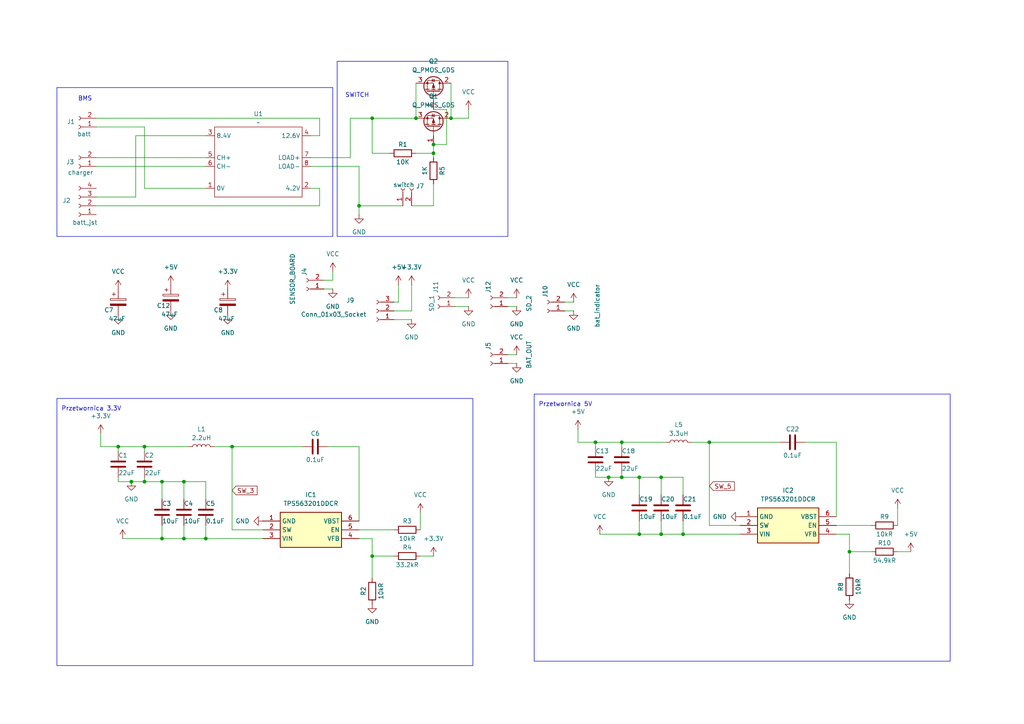
<source format=kicad_sch>
(kicad_sch (version 20231120) (generator "eeschema") (generator_version "8.0")
  (paper "A4")
  (lib_symbols
    (symbol "+3.3V_1" (power) (pin_numbers hide) (pin_names (offset 0) hide)
      (property "Value" "+3.3V" (at 0 3.556 0))
      (symbol "+3.3V_1_0_1"
        (polyline (pts (xy -0.762 1.27) (xy 0 2.54)))
        (polyline (pts (xy 0 0) (xy 0 2.54)))
        (polyline (pts (xy 0 2.54) (xy 0.762 1.27)))
      )
      (symbol "+3.3V_1_1_1"
        (pin power_in line (at 0 0 90) (length 0) (name "~") (number "1"))
      )
    )
    (symbol "3S_BMS:3S_BMS"
      (property "Reference" "U" (at 0 0 0))
      (symbol "3S_BMS_0_1"
        (rectangle (start -8.89 -2.54) (end 16.51 -22.86))
      )
      (symbol "3S_BMS_1_1"
        (pin input line (at -11.43 -20.32 0) (length 2.54) (name "0V") (number "1"))
        (pin input line (at 19.05 -20.32 180) (length 2.54) (name "4.2V") (number "2"))
        (pin input line (at -11.43 -5.08 0) (length 2.54) (name "8.4V") (number "3"))
        (pin input line (at 19.05 -5.08 180) (length 2.54) (name "12.6V") (number "4"))
        (pin input line (at -11.43 -11.43 0) (length 2.54) (name "CH+") (number "5"))
        (pin input line (at -11.43 -13.97 0) (length 2.54) (name "CH-") (number "6"))
        (pin input line (at 19.05 -11.43 180) (length 2.54) (name "LOAD+") (number "7"))
        (pin input line (at 19.05 -13.97 180) (length 2.54) (name "LOAD-") (number "8"))
      )
    )
    (symbol "Connector:Conn_01x02_Socket" (pin_names (offset 1.016) hide)
      (property "Reference" "J" (at 0 2.54 0))
      (property "Value" "Conn_01x02_Socket" (at 0 -5.08 0))
      (symbol "Conn_01x02_Socket_1_1"
        (arc (start 0 -2.032) (mid -0.5058 -2.54) (end 0 -3.048) (stroke (width 0.1524)))
        (polyline (pts (xy -1.27 -2.54) (xy -0.508 -2.54)) (stroke (width 0.1524)))
        (polyline (pts (xy -1.27 0) (xy -0.508 0)) (stroke (width 0.1524)))
        (arc (start 0 0.508) (mid -0.5058 0) (end 0 -0.508) (stroke (width 0.1524)))
        (pin passive line (at -5.08 0 0) (length 3.81) (name "Pin_1") (number "1"))
        (pin passive line (at -5.08 -2.54 0) (length 3.81) (name "Pin_2") (number "2"))
      )
    )
    (symbol "Connector:Conn_01x03_Socket" (pin_names (offset 1.016) hide)
      (property "Reference" "J" (at 0 5.08 0))
      (property "Value" "Conn_01x03_Socket" (at 0 -5.08 0))
      (symbol "Conn_01x03_Socket_1_1"
        (arc (start 0 -2.032) (mid -0.5058 -2.54) (end 0 -3.048) (stroke (width 0.1524)))
        (polyline (pts (xy -1.27 -2.54) (xy -0.508 -2.54)) (stroke (width 0.1524)))
        (polyline (pts (xy -1.27 0) (xy -0.508 0)) (stroke (width 0.1524)))
        (polyline (pts (xy -1.27 2.54) (xy -0.508 2.54)) (stroke (width 0.1524)))
        (arc (start 0 0.508) (mid -0.5058 0) (end 0 -0.508) (stroke (width 0.1524)))
        (arc (start 0 3.048) (mid -0.5058 2.54) (end 0 2.032) (stroke (width 0.1524)))
        (pin passive line (at -5.08 2.54 0) (length 3.81) (name "Pin_1") (number "1"))
        (pin passive line (at -5.08 0 0) (length 3.81) (name "Pin_2") (number "2"))
        (pin passive line (at -5.08 -2.54 0) (length 3.81) (name "Pin_3") (number "3"))
      )
    )
    (symbol "Connector:Conn_01x04_Socket" (pin_names (offset 1.016) hide)
      (property "Reference" "J" (at 0 5.08 0))
      (property "Value" "Conn_01x04_Socket" (at 0 -7.62 0))
      (symbol "Conn_01x04_Socket_1_1"
        (arc (start 0 -4.572) (mid -0.5058 -5.08) (end 0 -5.588) (stroke (width 0.1524)))
        (arc (start 0 -2.032) (mid -0.5058 -2.54) (end 0 -3.048) (stroke (width 0.1524)))
        (polyline (pts (xy -1.27 -5.08) (xy -0.508 -5.08)) (stroke (width 0.1524)))
        (polyline (pts (xy -1.27 -2.54) (xy -0.508 -2.54)) (stroke (width 0.1524)))
        (polyline (pts (xy -1.27 0) (xy -0.508 0)) (stroke (width 0.1524)))
        (polyline (pts (xy -1.27 2.54) (xy -0.508 2.54)) (stroke (width 0.1524)))
        (arc (start 0 0.508) (mid -0.5058 0) (end 0 -0.508) (stroke (width 0.1524)))
        (arc (start 0 3.048) (mid -0.5058 2.54) (end 0 2.032) (stroke (width 0.1524)))
        (pin passive line (at -5.08 2.54 0) (length 3.81) (name "Pin_1") (number "1"))
        (pin passive line (at -5.08 0 0) (length 3.81) (name "Pin_2") (number "2"))
        (pin passive line (at -5.08 -2.54 0) (length 3.81) (name "Pin_3") (number "3"))
        (pin passive line (at -5.08 -5.08 0) (length 3.81) (name "Pin_4") (number "4"))
      )
    )
    (symbol "Device:C" (pin_numbers hide) (pin_names (offset 0.254))
      (property "Reference" "C" (at 0.635 2.54 0))
      (property "Value" "C" (at 0.635 -2.54 0))
      (symbol "C_0_1"
        (polyline (pts (xy -2.032 -0.762) (xy 2.032 -0.762)) (stroke (width 0.508)))
        (polyline (pts (xy -2.032 0.762) (xy 2.032 0.762)) (stroke (width 0.508)))
      )
      (symbol "C_1_1"
        (pin passive line (at 0 3.81 270) (length 2.794) (name "~") (number "1"))
        (pin passive line (at 0 -3.81 90) (length 2.794) (name "~") (number "2"))
      )
    )
    (symbol "Device:C_Polarized" (pin_numbers hide) (pin_names (offset 0.254))
      (property "Reference" "C" (at 0.635 2.54 0))
      (property "Value" "C_Polarized" (at 0.635 -2.54 0))
      (symbol "C_Polarized_0_1"
        (rectangle (start -2.286 0.508) (end 2.286 1.016))
        (polyline (pts (xy -1.778 2.286) (xy -0.762 2.286)))
        (polyline (pts (xy -1.27 2.794) (xy -1.27 1.778)))
        (rectangle (start 2.286 -0.508) (end -2.286 -1.016) (fill (type outline)))
      )
      (symbol "C_Polarized_1_1"
        (pin passive line (at 0 3.81 270) (length 2.794) (name "~") (number "1"))
        (pin passive line (at 0 -3.81 90) (length 2.794) (name "~") (number "2"))
      )
    )
    (symbol "Device:D_Schottky" (pin_numbers hide) (pin_names (offset 1.016) hide)
      (property "Reference" "D" (at 0 2.54 0))
      (property "Value" "D_Schottky" (at 0 -2.54 0))
      (symbol "D_Schottky_0_1"
        (polyline (pts (xy 1.27 0) (xy -1.27 0)))
        (polyline (pts (xy 1.27 1.27) (xy 1.27 -1.27) (xy -1.27 0) (xy 1.27 1.27)) (stroke (width 0.254)))
        (polyline (pts (xy -1.905 0.635) (xy -1.905 1.27) (xy -1.27 1.27) (xy -1.27 -1.27) (xy -0.635 -1.27) (xy -0.635 -0.635)) (stroke (width 0.254)))
      )
      (symbol "D_Schottky_1_1"
        (pin passive line (at -3.81 0 0) (length 2.54) (name "K") (number "1"))
        (pin passive line (at 3.81 0 180) (length 2.54) (name "A") (number "2"))
      )
    )
    (symbol "Device:L" (pin_numbers hide) (pin_names (offset 1.016) hide)
      (property "Reference" "L" (at -1.27 0 90))
      (property "Value" "L" (at 1.905 0 90))
      (symbol "L_0_1"
        (arc (start 0 -2.54) (mid 0.6323 -1.905) (end 0 -1.27))
        (arc (start 0 -1.27) (mid 0.6323 -0.635) (end 0 0))
        (arc (start 0 0) (mid 0.6323 0.635) (end 0 1.27))
        (arc (start 0 1.27) (mid 0.6323 1.905) (end 0 2.54))
      )
      (symbol "L_1_1"
        (pin passive line (at 0 3.81 270) (length 1.27) (name "1") (number "1"))
        (pin passive line (at 0 -3.81 90) (length 1.27) (name "2") (number "2"))
      )
    )
    (symbol "Device:Q_PMOS_GDS" (pin_names (offset 0) hide)
      (property "Reference" "Q" (at 5.08 1.27 0))
      (property "Value" "Q_PMOS_GDS" (at 5.08 -1.27 0))
      (symbol "Q_PMOS_GDS_0_1"
        (polyline (pts (xy 0.254 0) (xy -2.54 0)))
        (polyline (pts (xy 0.254 1.905) (xy 0.254 -1.905)) (stroke (width 0.254)))
        (polyline (pts (xy 0.762 -1.27) (xy 0.762 -2.286)) (stroke (width 0.254)))
        (polyline (pts (xy 0.762 0.508) (xy 0.762 -0.508)) (stroke (width 0.254)))
        (polyline (pts (xy 0.762 2.286) (xy 0.762 1.27)) (stroke (width 0.254)))
        (polyline (pts (xy 2.54 2.54) (xy 2.54 1.778)))
        (polyline (pts (xy 2.54 -2.54) (xy 2.54 0) (xy 0.762 0)))
        (polyline (pts (xy 0.762 1.778) (xy 3.302 1.778) (xy 3.302 -1.778) (xy 0.762 -1.778)))
        (polyline (pts (xy 2.286 0) (xy 1.27 0.381) (xy 1.27 -0.381) (xy 2.286 0)) (fill (type outline)))
        (polyline (pts (xy 2.794 -0.508) (xy 2.921 -0.381) (xy 3.683 -0.381) (xy 3.81 -0.254)))
        (polyline (pts (xy 3.302 -0.381) (xy 2.921 0.254) (xy 3.683 0.254) (xy 3.302 -0.381)))
        (circle (center 1.651 0) (radius 2.794) (stroke (width 0.254)))
        (circle (center 2.54 -1.778) (radius 0.254) (fill (type outline)))
        (circle (center 2.54 1.778) (radius 0.254) (fill (type outline)))
      )
      (symbol "Q_PMOS_GDS_1_1"
        (pin input line (at -5.08 0 0) (length 2.54) (name "G") (number "1"))
        (pin passive line (at 2.54 5.08 270) (length 2.54) (name "D") (number "2"))
        (pin passive line (at 2.54 -5.08 90) (length 2.54) (name "S") (number "3"))
      )
    )
    (symbol "Device:R" (pin_numbers hide) (pin_names (offset 0))
      (property "Reference" "R" (at 2.032 0 90))
      (property "Value" "R" (at 0 0 90))
      (symbol "R_0_1"
        (rectangle (start -1.016 -2.54) (end 1.016 2.54) (stroke (width 0.254)))
      )
      (symbol "R_1_1"
        (pin passive line (at 0 3.81 270) (length 1.27) (name "~") (number "1"))
        (pin passive line (at 0 -3.81 90) (length 1.27) (name "~") (number "2"))
      )
    )
    (symbol "Importowane schematy:TPS563201DDCR"
      (property "Reference" "IC" (at 24.13 7.62 0))
      (property "Value" "TPS563201DDCR" (at 24.13 5.08 0))
      (symbol "TPS563201DDCR_1_1"
        (rectangle (start 5.08 2.54) (end 22.86 -7.62) (stroke (width 0.254)) (fill (type background)))
        (pin passive line (at 0 0 0) (length 5.08) (name "GND") (number "1"))
        (pin passive line (at 0 -2.54 0) (length 5.08) (name "SW") (number "2"))
        (pin passive line (at 0 -5.08 0) (length 5.08) (name "VIN") (number "3"))
        (pin passive line (at 27.94 -5.08 180) (length 5.08) (name "VFB") (number "4"))
        (pin passive line (at 27.94 -2.54 180) (length 5.08) (name "EN") (number "5"))
        (pin passive line (at 27.94 0 180) (length 5.08) (name "VBST") (number "6"))
      )
    )
    (symbol "Regulator_Switching:XL4015"
      (property "Reference" "U?" (at -6.35 6.35 0))
      (property "Value" "XL4015" (at 6.35 6.35 0))
      (symbol "XL4015_0_1"
        (rectangle (start -7.62 5.08) (end 7.62 -5.08) (stroke (width 0.254)) (fill (type background)))
      )
      (symbol "XL4015_1_1"
        (pin power_in line (at 0 -7.62 90) (length 2.54) (name "GND") (number "1"))
        (pin input line (at 10.16 -2.54 180) (length 2.54) (name "FB") (number "2"))
        (pin power_out line (at 10.16 2.54 180) (length 2.54) (name "SW") (number "3"))
        (pin input line (at -10.16 -2.54 0) (length 2.54) (name "VC") (number "4"))
        (pin power_in line (at -10.16 2.54 0) (length 2.54) (name "VIN") (number "5"))
      )
    )
    (symbol "XL4015-STEP_DOWN_MODULE:XL4015-MODULE"
      (property "Reference" "U2" (at 1.27 1.27 0))
      (property "Value" "~" (at 1.27 -1.27 0))
      (symbol "XL4015-MODULE_0_1"
        (rectangle (start -6.35 -2.54) (end 8.89 -12.7))
      )
      (symbol "XL4015-MODULE_1_1"
        (pin input line (at -8.89 -10.16 0) (length 2.54) (name "IN-") (number "1"))
        (pin input line (at -8.89 -5.08 0) (length 2.54) (name "IN+") (number "2"))
        (pin input line (at 11.43 -5.08 180) (length 2.54) (name "OUT+") (number "3"))
        (pin input line (at 11.43 -10.16 180) (length 2.54) (name "OUT-") (number "4"))
      )
    )
    (symbol "power:+3.3V" (power) (pin_numbers hide) (pin_names (offset 0) hide)
      (property "Value" "+3.3V" (at 0 3.556 0))
      (symbol "+3.3V_0_1"
        (polyline (pts (xy -0.762 1.27) (xy 0 2.54)))
        (polyline (pts (xy 0 0) (xy 0 2.54)))
        (polyline (pts (xy 0 2.54) (xy 0.762 1.27)))
      )
      (symbol "+3.3V_1_1"
        (pin power_in line (at 0 0 90) (length 0) (name "~") (number "1"))
      )
    )
    (symbol "power:+5V" (power) (pin_numbers hide) (pin_names (offset 0) hide)
      (property "Value" "+5V" (at 0 3.556 0))
      (symbol "+5V_0_1"
        (polyline (pts (xy -0.762 1.27) (xy 0 2.54)))
        (polyline (pts (xy 0 0) (xy 0 2.54)))
        (polyline (pts (xy 0 2.54) (xy 0.762 1.27)))
      )
      (symbol "+5V_1_1"
        (pin power_in line (at 0 0 90) (length 0) (name "~") (number "1"))
      )
    )
    (symbol "power:GND" (power) (pin_numbers hide) (pin_names (offset 0) hide)
      (property "Value" "GND" (at 0 -3.81 0))
      (symbol "GND_0_1"
        (polyline (pts (xy 0 0) (xy 0 -1.27) (xy 1.27 -1.27) (xy 0 -2.54) (xy -1.27 -1.27) (xy 0 -1.27)))
      )
      (symbol "GND_1_1"
        (pin power_in line (at 0 0 270) (length 0) (name "~") (number "1"))
      )
    )
    (symbol "power:VCC" (power) (pin_numbers hide) (pin_names (offset 0) hide)
      (property "Value" "VCC" (at 0 3.556 0))
      (symbol "VCC_0_1"
        (polyline (pts (xy -0.762 1.27) (xy 0 2.54)))
        (polyline (pts (xy 0 0) (xy 0 2.54)))
        (polyline (pts (xy 0 2.54) (xy 0.762 1.27)))
      )
      (symbol "VCC_1_1"
        (pin power_in line (at 0 0 90) (length 0) (name "~") (number "1"))
      )
    )
  )
  (junction (at 120.65 34.29))
  (junction (at 382.27 41.91))
  (junction (at 191.77 154.94))
  (junction (at 41.91 139.7))
  (junction (at 198.12 154.94))
  (junction (at 434.34 11.43))
  (junction (at 374.65 11.43))
  (junction (at 374.65 41.91))
  (junction (at 453.39 27.94))
  (junction (at 434.34 41.91))
  (junction (at 453.39 11.43))
  (junction (at 104.14 59.69))
  (junction (at 53.34 156.21))
  (junction (at 185.42 154.94))
  (junction (at 41.91 129.54))
  (junction (at 59.69 156.21))
  (junction (at 125.73 44.45))
  (junction (at 46.99 156.21))
  (junction (at 172.72 128.27))
  (junction (at 246.38 160.02))
  (junction (at 176.53 138.43))
  (junction (at 388.62 11.43))
  (junction (at 46.99 139.7))
  (junction (at 34.29 129.54))
  (junction (at 180.34 138.43))
  (junction (at 453.39 41.91))
  (junction (at 420.37 41.91))
  (junction (at 53.34 139.7))
  (junction (at 125.73 41.91))
  (junction (at 38.1 139.7))
  (junction (at 459.74 11.43))
  (junction (at 107.95 161.29))
  (junction (at 420.37 11.43))
  (junction (at 191.77 138.43))
  (junction (at 382.27 11.43))
  (junction (at 107.95 34.29))
  (junction (at 185.42 138.43))
  (junction (at 67.31 129.54))
  (junction (at 444.5 11.43))
  (junction (at 444.5 41.91))
  (junction (at 130.81 34.29))
  (junction (at 180.34 128.27))
  (junction (at 406.4 41.91))
  (junction (at 205.74 128.27))
  (wire (pts (xy 67.31 129.54) (xy 67.31 153.67)))
  (wire (pts (xy 92.71 59.69) (xy 92.71 54.61)))
  (wire (pts (xy 34.29 138.43) (xy 34.29 139.7)))
  (wire (pts (xy 121.92 161.29) (xy 125.73 161.29)))
  (wire (pts (xy 92.71 39.37) (xy 90.17 39.37)))
  (wire (pts (xy 167.64 124.46) (xy 167.64 128.27)))
  (wire (pts (xy 205.74 152.4) (xy 214.63 152.4)))
  (wire (pts (xy 107.95 44.45) (xy 107.95 34.29)))
  (wire (pts (xy 101.6 45.72) (xy 101.6 34.29)))
  (wire (pts (xy 125.73 59.69) (xy 119.38 59.69)))
  (wire (pts (xy 341.63 21.59) (xy 341.63 24.13)))
  (wire (pts (xy 453.39 22.86) (xy 453.39 27.94)))
  (wire (pts (xy 205.74 128.27) (xy 226.06 128.27)))
  (wire (pts (xy 388.62 11.43) (xy 388.62 20.32)))
  (wire (pts (xy 41.91 129.54) (xy 54.61 129.54)))
  (wire (pts (xy 370.84 41.91) (xy 374.65 41.91)))
  (wire (pts (xy 434.34 11.43) (xy 444.5 11.43)))
  (wire (pts (xy 120.65 44.45) (xy 125.73 44.45)))
  (wire (pts (xy 459.74 27.94) (xy 453.39 27.94)))
  (wire (pts (xy 374.65 41.91) (xy 382.27 41.91)))
  (wire (pts (xy 34.29 129.54) (xy 41.91 129.54)))
  (wire (pts (xy 163.83 90.17) (xy 166.37 90.17)))
  (wire (pts (xy 135.89 34.29) (xy 135.89 31.75)))
  (wire (pts (xy 180.34 138.43) (xy 180.34 137.16)))
  (wire (pts (xy 382.27 41.91) (xy 382.27 33.02)))
  (wire (pts (xy 198.12 154.94) (xy 214.63 154.94)))
  (wire (pts (xy 464.82 41.91) (xy 464.82 50.8)))
  (wire (pts (xy 147.32 102.87) (xy 149.86 102.87)))
  (wire (pts (xy 444.5 41.91) (xy 453.39 41.91)))
  (wire (pts (xy 370.84 11.43) (xy 374.65 11.43)))
  (wire (pts (xy 119.38 90.17) (xy 119.38 82.55)))
  (wire (pts (xy 125.73 44.45) (xy 125.73 45.72)))
  (wire (pts (xy 313.69 24.13) (xy 317.5 24.13)))
  (wire (pts (xy 459.74 22.86) (xy 459.74 27.94)))
  (wire (pts (xy 29.21 129.54) (xy 34.29 129.54)))
  (wire (pts (xy 374.65 11.43) (xy 382.27 11.43)))
  (wire (pts (xy 406.4 41.91) (xy 406.4 33.02)))
  (wire (pts (xy 464.82 7.62) (xy 464.82 11.43)))
  (wire (pts (xy 341.63 31.75) (xy 341.63 29.21)))
  (wire (pts (xy 185.42 151.13) (xy 185.42 154.94)))
  (wire (pts (xy 180.34 128.27) (xy 193.04 128.27)))
  (wire (pts (xy 115.57 87.63) (xy 115.57 82.55)))
  (wire (pts (xy 242.57 128.27) (xy 242.57 149.86)))
  (wire (pts (xy 107.95 34.29) (xy 120.65 34.29)))
  (wire (pts (xy 416.56 22.86) (xy 416.56 11.43)))
  (wire (pts (xy 113.03 44.45) (xy 107.95 44.45)))
  (wire (pts (xy 313.69 21.59) (xy 313.69 24.13)))
  (wire (pts (xy 27.94 48.26) (xy 59.69 48.26)))
  (wire (pts (xy 176.53 138.43) (xy 180.34 138.43)))
  (wire (pts (xy 27.94 36.83) (xy 41.91 36.83)))
  (wire (pts (xy 260.35 147.32) (xy 260.35 152.4)))
  (wire (pts (xy 453.39 41.91) (xy 464.82 41.91)))
  (wire (pts (xy 172.72 138.43) (xy 176.53 138.43)))
  (wire (pts (xy 62.23 129.54) (xy 67.31 129.54)))
  (wire (pts (xy 147.32 105.41) (xy 149.86 105.41)))
  (wire (pts (xy 132.08 86.36) (xy 135.89 86.36)))
  (wire (pts (xy 242.57 154.94) (xy 246.38 154.94)))
  (wire (pts (xy 114.3 87.63) (xy 115.57 87.63)))
  (wire (pts (xy 104.14 48.26) (xy 104.14 59.69)))
  (wire (pts (xy 382.27 11.43) (xy 382.27 25.4)))
  (wire (pts (xy 121.92 148.59) (xy 121.92 153.67)))
  (wire (pts (xy 260.35 160.02) (xy 264.16 160.02)))
  (wire (pts (xy 453.39 15.24) (xy 453.39 11.43)))
  (wire (pts (xy 53.34 156.21) (xy 59.69 156.21)))
  (wire (pts (xy 431.8 11.43) (xy 434.34 11.43)))
  (wire (pts (xy 67.31 129.54) (xy 87.63 129.54)))
  (wire (pts (xy 242.57 152.4) (xy 252.73 152.4)))
  (wire (pts (xy 130.81 34.29) (xy 135.89 34.29)))
  (wire (pts (xy 420.37 41.91) (xy 420.37 26.67)))
  (wire (pts (xy 420.37 11.43) (xy 424.18 11.43)))
  (wire (pts (xy 233.68 128.27) (xy 242.57 128.27)))
  (wire (pts (xy 163.83 87.63) (xy 166.37 87.63)))
  (wire (pts (xy 101.6 34.29) (xy 107.95 34.29)))
  (wire (pts (xy 180.34 128.27) (xy 180.34 129.54)))
  (wire (pts (xy 416.56 11.43) (xy 420.37 11.43)))
  (wire (pts (xy 198.12 138.43) (xy 191.77 138.43)))
  (wire (pts (xy 198.12 143.51) (xy 198.12 138.43)))
  (wire (pts (xy 129.54 31.75) (xy 129.54 41.91)))
  (wire (pts (xy 370.84 41.91) (xy 370.84 48.26)))
  (wire (pts (xy 246.38 154.94) (xy 246.38 160.02)))
  (wire (pts (xy 173.99 154.94) (xy 185.42 154.94)))
  (wire (pts (xy 313.69 29.21) (xy 317.5 29.21)))
  (wire (pts (xy 95.25 129.54) (xy 104.14 129.54)))
  (wire (pts (xy 382.27 41.91) (xy 406.4 41.91)))
  (wire (pts (xy 107.95 161.29) (xy 107.95 167.64)))
  (wire (pts (xy 41.91 36.83) (xy 41.91 54.61)))
  (wire (pts (xy 29.21 125.73) (xy 29.21 129.54)))
  (wire (pts (xy 39.37 39.37) (xy 59.69 39.37)))
  (wire (pts (xy 120.65 24.13) (xy 120.65 34.29)))
  (wire (pts (xy 92.71 54.61) (xy 90.17 54.61)))
  (wire (pts (xy 191.77 138.43) (xy 191.77 143.51)))
  (wire (pts (xy 125.73 53.34) (xy 125.73 59.69)))
  (wire (pts (xy 104.14 156.21) (xy 107.95 156.21)))
  (wire (pts (xy 313.69 31.75) (xy 313.69 29.21)))
  (wire (pts (xy 93.98 81.28) (xy 96.52 81.28)))
  (wire (pts (xy 453.39 27.94) (xy 453.39 30.48)))
  (wire (pts (xy 27.94 45.72) (xy 59.69 45.72)))
  (wire (pts (xy 129.54 31.75) (xy 125.73 31.75)))
  (wire (pts (xy 93.98 83.82) (xy 96.52 83.82)))
  (wire (pts (xy 200.66 128.27) (xy 205.74 128.27)))
  (wire (pts (xy 388.62 11.43) (xy 396.24 11.43)))
  (wire (pts (xy 453.39 38.1) (xy 453.39 41.91)))
  (wire (pts (xy 46.99 139.7) (xy 41.91 139.7)))
  (wire (pts (xy 34.29 129.54) (xy 34.29 130.81)))
  (wire (pts (xy 185.42 154.94) (xy 191.77 154.94)))
  (wire (pts (xy 191.77 138.43) (xy 185.42 138.43)))
  (wire (pts (xy 27.94 59.69) (xy 92.71 59.69)))
  (wire (pts (xy 459.74 15.24) (xy 459.74 11.43)))
  (wire (pts (xy 90.17 45.72) (xy 101.6 45.72)))
  (wire (pts (xy 104.14 59.69) (xy 116.84 59.69)))
  (wire (pts (xy 172.72 137.16) (xy 172.72 138.43)))
  (wire (pts (xy 130.81 24.13) (xy 130.81 34.29)))
  (wire (pts (xy 434.34 41.91) (xy 434.34 22.86)))
  (wire (pts (xy 41.91 139.7) (xy 41.91 138.43)))
  (wire (pts (xy 396.24 27.94) (xy 388.62 27.94)))
  (wire (pts (xy 104.14 153.67) (xy 114.3 153.67)))
  (wire (pts (xy 434.34 41.91) (xy 444.5 41.91)))
  (wire (pts (xy 46.99 152.4) (xy 46.99 156.21)))
  (wire (pts (xy 172.72 128.27) (xy 180.34 128.27)))
  (wire (pts (xy 246.38 160.02) (xy 252.73 160.02)))
  (wire (pts (xy 406.4 41.91) (xy 420.37 41.91)))
  (wire (pts (xy 167.64 128.27) (xy 172.72 128.27)))
  (wire (pts (xy 459.74 11.43) (xy 464.82 11.43)))
  (wire (pts (xy 104.14 59.69) (xy 104.14 62.23)))
  (wire (pts (xy 191.77 154.94) (xy 198.12 154.94)))
  (wire (pts (xy 38.1 139.7) (xy 41.91 139.7)))
  (wire (pts (xy 198.12 151.13) (xy 198.12 154.94)))
  (wire (pts (xy 129.54 41.91) (xy 125.73 41.91)))
  (wire (pts (xy 53.34 152.4) (xy 53.34 156.21)))
  (wire (pts (xy 185.42 138.43) (xy 185.42 143.51)))
  (wire (pts (xy 416.56 27.94) (xy 453.39 27.94)))
  (wire (pts (xy 246.38 160.02) (xy 246.38 166.37)))
  (wire (pts (xy 453.39 11.43) (xy 459.74 11.43)))
  (wire (pts (xy 53.34 139.7) (xy 46.99 139.7)))
  (wire (pts (xy 434.34 11.43) (xy 434.34 15.24)))
  (wire (pts (xy 370.84 7.62) (xy 370.84 11.43)))
  (wire (pts (xy 34.29 139.7) (xy 38.1 139.7)))
  (wire (pts (xy 185.42 138.43) (xy 180.34 138.43)))
  (wire (pts (xy 107.95 161.29) (xy 114.3 161.29)))
  (wire (pts (xy 96.52 78.74) (xy 96.52 81.28)))
  (wire (pts (xy 59.69 156.21) (xy 76.2 156.21)))
  (wire (pts (xy 191.77 151.13) (xy 191.77 154.94)))
  (wire (pts (xy 374.65 11.43) (xy 374.65 25.4)))
  (wire (pts (xy 114.3 92.71) (xy 119.38 92.71)))
  (wire (pts (xy 41.91 129.54) (xy 41.91 130.81)))
  (wire (pts (xy 444.5 11.43) (xy 453.39 11.43)))
  (wire (pts (xy 444.5 11.43) (xy 444.5 15.24)))
  (wire (pts (xy 205.74 128.27) (xy 205.74 152.4)))
  (wire (pts (xy 147.32 88.9) (xy 149.86 88.9)))
  (wire (pts (xy 125.73 41.91) (xy 125.73 44.45)))
  (wire (pts (xy 35.56 156.21) (xy 46.99 156.21)))
  (wire (pts (xy 341.63 29.21) (xy 337.82 29.21)))
  (wire (pts (xy 27.94 34.29) (xy 92.71 34.29)))
  (wire (pts (xy 46.99 139.7) (xy 46.99 144.78)))
  (wire (pts (xy 59.69 139.7) (xy 53.34 139.7)))
  (wire (pts (xy 374.65 33.02) (xy 374.65 41.91)))
  (wire (pts (xy 444.5 41.91) (xy 444.5 22.86)))
  (wire (pts (xy 420.37 11.43) (xy 420.37 19.05)))
  (wire (pts (xy 46.99 156.21) (xy 53.34 156.21)))
  (wire (pts (xy 147.32 86.36) (xy 149.86 86.36)))
  (wire (pts (xy 59.69 144.78) (xy 59.69 139.7)))
  (wire (pts (xy 132.08 88.9) (xy 135.89 88.9)))
  (wire (pts (xy 27.94 57.15) (xy 39.37 57.15)))
  (wire (pts (xy 114.3 90.17) (xy 119.38 90.17)))
  (wire (pts (xy 92.71 34.29) (xy 92.71 39.37)))
  (wire (pts (xy 104.14 129.54) (xy 104.14 151.13)))
  (wire (pts (xy 67.31 153.67) (xy 76.2 153.67)))
  (wire (pts (xy 59.69 152.4) (xy 59.69 156.21)))
  (wire (pts (xy 341.63 24.13) (xy 337.82 24.13)))
  (wire (pts (xy 39.37 57.15) (xy 39.37 39.37)))
  (wire (pts (xy 172.72 128.27) (xy 172.72 129.54)))
  (wire (pts (xy 90.17 48.26) (xy 104.14 48.26)))
  (wire (pts (xy 107.95 156.21) (xy 107.95 161.29)))
  (wire (pts (xy 53.34 139.7) (xy 53.34 144.78)))
  (wire (pts (xy 41.91 54.61) (xy 59.69 54.61)))
  (wire (pts (xy 382.27 11.43) (xy 388.62 11.43)))
  (wire (pts (xy 420.37 41.91) (xy 434.34 41.91)))
  (wire (pts (xy 396.24 11.43) (xy 396.24 22.86)))
  (rectangle (start 299.72 5.08) (end 360.68 48.26))
  (rectangle (start 16.51 115.57) (end 137.16 193.04))
  (rectangle (start 16.51 25.4) (end 96.52 68.58))
  (rectangle (start 154.94 114.3) (end 275.59 191.77))
  (rectangle (start 97.79 17.78) (end 147.32 68.58))
  (text "BMS\n" (at 22.606 29.464 0) (effects (font (size 1.27 1.27)) (justify left bottom)))
  (text "Przetwornica 5V\n" (at 156.21 118.11 0) (effects (font (size 1.27 1.27)) (justify left bottom)))
  (text "SWITCH\n" (at 100.076 28.448 0) (effects (font (size 1.27 1.27)) (justify left bottom)))
  (text "Przetwornica 5V\n" (at 304.038 10.16 0) (effects (font (size 1.27 1.27)) (justify left bottom)))
  (text "Przetwornica 3.3V\n" (at 17.78 119.38 0) (effects (font (size 1.27 1.27)) (justify left bottom)))
  (global_label "SW_5" (shape input) (at 205.74 140.97 0) (property "Intersheetrefs" "${INTERSHEET_REFS}" (effects (hide yes))))
  (global_label "SW_3" (shape input) (at 67.31 142.24 0) (property "Intersheetrefs" "${INTERSHEET_REFS}" (effects (hide yes))))
  (symbol (lib_id "Device:C") (at 382.27 29.21 180) (unit 1)
    (property "Reference" "C11" (at 382.27 26.67 0) (effects (justify right)))
    (property "Value" "1uF" (at 382.27 31.75 0) (effects (justify right)))
    (property "Footprint" "Capacitor_SMD:C_0603_1608Metric" (effects (hide yes)))
  )
  (symbol (lib_id "Device:C") (at 41.91 134.62 180) (unit 1)
    (property "Reference" "C2" (at 41.91 132.08 0) (effects (justify right)))
    (property "Value" "22uF" (at 41.91 137.16 0) (effects (justify right)))
    (property "Footprint" "Capacitor_SMD:C_0805_2012Metric" (effects (hide yes)))
  )
  (symbol (lib_id "Device:R") (at 453.39 34.29 180) (unit 1)
    (property "Reference" "R7" (at 450.85 34.29 90))
    (property "Value" "3.3K" (at 455.93 34.29 90))
    (property "Footprint" "Resistor_SMD:R_0603_1608Metric" (effects (hide yes)))
  )
  (symbol (lib_id "power:+3.3V") (at 66.04 83.82 0) (unit 1)
    (property "Reference" "#PWR027" (effects (hide yes)))
    (property "Value" "+3.3V" (at 66.04 78.74 0))
    (property "Description" "Power symbol creates a global label with name \"+3.3V\"" (effects (hide yes)))
  )
  (symbol (lib_id "power:GND") (at 66.04 91.44 0) (unit 1)
    (property "Reference" "#PWR028" (effects (hide yes)))
    (property "Value" "GND" (at 66.04 96.52 0))
    (property "Description" "Power symbol creates a global label with name \"GND\" , ground" (effects (hide yes)))
  )
  (symbol (lib_id "Device:L") (at 427.99 11.43 90) (unit 1)
    (property "Reference" "L2" (at 427.99 6.35 90))
    (property "Value" "2.2uH" (at 427.99 8.89 90))
    (property "Footprint" "Inductor_THT:cewka_XL4015" (effects (hide yes)))
  )
  (symbol (lib_id "Regulator_Switching:XL4015") (at 406.4 25.4 0) (unit 1)
    (property "Reference" "U3" (at 406.4 15.24 0))
    (property "Value" "XL4015" (at 406.4 17.78 0))
    (property "Footprint" "Package_TO_SOT_SMD:TO-263-5_TabPin3" (effects (hide yes)))
    (property "Datasheet" "http://www.xlsemi.net/datasheet/XL4015%20datasheet-English.pdf" (effects (hide yes)))
    (property "Description" "5A 180kHz 36V Buck DC to DC Converter" (effects (hide yes)))
  )
  (symbol (lib_id "power:GND") (at 76.2 151.13 270) (unit 1)
    (property "Reference" "#PWR022" (effects (hide yes)))
    (property "Value" "GND" (at 72.39 151.13 90) (effects (justify right)))
  )
  (symbol (lib_id "power:GND") (at 38.1 139.7 0) (unit 1)
    (property "Reference" "#PWR019" (effects (hide yes)))
    (property "Value" "GND" (at 38.1 144.78 0))
  )
  (symbol (lib_id "Device:Q_PMOS_GDS") (at 125.73 26.67 270) (mirror x) (unit 1)
    (property "Reference" "Q2" (at 125.73 17.78 90))
    (property "Value" "Q_PMOS_GDS" (at 125.73 20.32 90))
    (property "Footprint" "Package_DFN_QFN:DFN5X6_AON6403" (effects (hide yes)))
    (property "Description" "P-MOSFET transistor, gate/drain/source" (effects (hide yes)))
  )
  (symbol (lib_id "power:+3.3V") (at 119.38 82.55 0) (unit 1)
    (property "Reference" "#PWR01" (effects (hide yes)))
    (property "Value" "+3.3V" (at 119.38 77.47 0))
    (property "Description" "Power symbol creates a global label with name \"+3.3V\"" (effects (hide yes)))
  )
  (symbol (lib_id "Device:D_Schottky") (at 420.37 22.86 270) (unit 1)
    (property "Reference" "D1" (at 422.91 21.2724 90) (effects (justify left)))
    (property "Value" "D_Schottky" (at 422.91 23.8124 90) (effects (justify left)))
    (property "Footprint" "Diode_SMD:D_MELF" (effects (hide yes)))
    (property "Description" "Schottky diode" (effects (hide yes)))
  )
  (symbol (lib_id "XL4015-STEP_DOWN_MODULE:XL4015-MODULE") (at 326.39 19.05 0) (unit 1)
    (property "Reference" "U2" (at 327.66 17.78 0))
    (property "Value" "~" (at 327.66 20.32 0))
    (property "Footprint" "XL4015_MODULE:XL4015_MODULE" (effects (hide yes)))
  )
  (symbol (lib_id "power:+5V") (at 167.64 124.46 0) (unit 1)
    (property "Reference" "#PWR09" (effects (hide yes)))
    (property "Value" "+5V" (at 167.64 119.38 0))
    (property "Description" "Power symbol creates a global label with name \"+5V\"" (effects (hide yes)))
  )
  (symbol (lib_id "power:GND") (at 246.38 173.99 0) (unit 1)
    (property "Reference" "#PWR039" (effects (hide yes)))
    (property "Value" "GND" (at 246.38 179.07 0))
  )
  (symbol (lib_id "power:VCC") (at 34.29 83.82 0) (unit 1)
    (property "Reference" "#PWR032" (effects (hide yes)))
    (property "Value" "VCC" (at 34.29 78.74 0))
    (property "Description" "Power symbol creates a global label with name \"VCC\"" (effects (hide yes)))
  )
  (symbol (lib_id "power:GND") (at 464.82 50.8 0) (unit 1)
    (property "Reference" "#PWR038" (effects (hide yes)))
    (property "Value" "GND" (at 464.82 55.88 0))
    (property "Description" "Power symbol creates a global label with name \"GND\" , ground" (effects (hide yes)))
  )
  (symbol (lib_id "power:GND") (at 313.69 31.75 0) (unit 1)
    (property "Reference" "#PWR04" (effects (hide yes)))
    (property "Value" "GND" (at 313.69 36.83 0))
    (property "Description" "Power symbol creates a global label with name \"GND\" , ground" (effects (hide yes)))
  )
  (symbol (lib_id "power:VCC") (at 135.89 86.36 0) (unit 1)
    (property "Reference" "#PWR013" (effects (hide yes)))
    (property "Value" "VCC" (at 135.89 81.28 0))
    (property "Description" "Power symbol creates a global label with name \"VCC\"" (effects (hide yes)))
  )
  (symbol (lib_id "Device:R") (at 118.11 161.29 90) (unit 1)
    (property "Reference" "R4" (at 118.11 158.75 90))
    (property "Value" "33.2kR" (at 118.11 163.83 90))
    (property "Footprint" "Resistor_SMD:R_0603_1608Metric" (effects (hide yes)))
  )
  (symbol (lib_id "Importowane schematy:TPS563201DDCR") (at 76.2 151.13 0) (unit 1)
    (property "Reference" "IC1" (at 90.17 143.51 0))
    (property "Value" "TPS563201DDCR" (at 90.17 146.05 0))
    (property "Footprint" "Package_TO_SOT_SMD:SOT-23-6" (effects (hide yes)))
    (property "Datasheet" "http://www.ti.com/lit/gpn/tps563201" (effects (hide yes)))
    (property "Height" "1.1" (effects (hide yes)))
    (property "Manufacturer_Name" "Texas Instruments" (effects (hide yes)))
    (property "Manufacturer_Part_Number" "TPS563201DDCR" (effects (hide yes)))
  )
  (symbol (lib_id "Device:C") (at 185.42 147.32 180) (unit 1)
    (property "Reference" "C19" (at 185.42 144.78 0) (effects (justify right)))
    (property "Value" "10uF" (at 185.42 149.86 0) (effects (justify right)))
    (property "Footprint" "Capacitor_SMD:C_0805_2012Metric" (effects (hide yes)))
  )
  (symbol (lib_id "Device:C") (at 53.34 148.59 180) (unit 1)
    (property "Reference" "C4" (at 53.34 146.05 0) (effects (justify right)))
    (property "Value" "10uF" (at 53.34 151.13 0) (effects (justify right)))
    (property "Footprint" "Capacitor_SMD:C_0805_2012Metric" (effects (hide yes)))
  )
  (symbol (lib_id "Connector:Conn_01x02_Socket") (at 22.86 36.83 180) (unit 1)
    (property "Reference" "J1" (at 20.574 35.306 0))
    (property "Value" "batt" (at 24.384 38.862 0))
    (property "Footprint" "Connector_AMASS:AMASS_XT60PW-M_1x02_P7.20mm_Horizontal" (effects (hide yes)))
    (property "Description" "Generic connector, single row, 01x02, script generated" (effects (hide yes)))
  )
  (symbol (lib_id "power:+5V") (at 464.82 7.62 0) (unit 1)
    (property "Reference" "#PWR024" (effects (hide yes)))
    (property "Value" "+5V" (at 464.82 2.54 0))
    (property "Description" "Power symbol creates a global label with name \"+5V\"" (effects (hide yes)))
  )
  (symbol (lib_id "Device:C_Polarized") (at 66.04 87.63 0) (unit 1)
    (property "Reference" "C8" (at 61.976 89.916 0) (effects (justify left)))
    (property "Value" "47uF" (at 63.246 92.456 0) (effects (justify left)))
    (property "Footprint" "Capacitor_Tantalum_SMD:CP_EIA-3528-21_Kemet-B_Pad1.50x2.35mm_HandSolder" (effects (hide yes)))
    (property "Description" "Polarized capacitor" (effects (hide yes)))
  )
  (symbol (lib_id "Connector:Conn_01x02_Socket") (at 142.24 105.41 180) (unit 1)
    (property "Reference" "J5" (at 141.6049 101.6 90) (effects (justify right)))
    (property "Value" "BAT_OUT" (at 153.416 106.934 90) (effects (justify right)))
    (property "Footprint" "Connector_AMASS:AMASS_XT30PW-F_1x02_P2.50mm_Horizontal" (effects (hide yes)))
    (property "Description" "Generic connector, single row, 01x02, script generated" (effects (hide yes)))
  )
  (symbol (lib_id "power:VCC") (at 35.56 156.21 0) (unit 1)
    (property "Reference" "#PWR020" (effects (hide yes)))
    (property "Value" "VCC" (at 35.56 151.13 0))
    (property "Description" "Power symbol creates a global label with name \"VCC\"" (effects (hide yes)))
  )
  (symbol (lib_id "power:VCC") (at 166.37 87.63 0) (unit 1)
    (property "Reference" "#PWR011" (effects (hide yes)))
    (property "Value" "VCC" (at 166.37 82.55 0))
    (property "Description" "Power symbol creates a global label with name \"VCC\"" (effects (hide yes)))
  )
  (symbol (lib_id "Device:C_Polarized") (at 49.53 86.36 0) (unit 1)
    (property "Reference" "C12" (at 45.466 88.646 0) (effects (justify left)))
    (property "Value" "47uF" (at 46.736 91.186 0) (effects (justify left)))
    (property "Footprint" "Capacitor_Tantalum_SMD:CP_EIA-3528-21_Kemet-B_Pad1.50x2.35mm_HandSolder" (effects (hide yes)))
    (property "Description" "Polarized capacitor" (effects (hide yes)))
  )
  (symbol (lib_id "power:VCC") (at 149.86 86.36 0) (unit 1)
    (property "Reference" "#PWR015" (effects (hide yes)))
    (property "Value" "VCC" (at 149.86 81.28 0))
    (property "Description" "Power symbol creates a global label with name \"VCC\"" (effects (hide yes)))
  )
  (symbol (lib_id "power:VCC") (at 149.86 102.87 0) (unit 1)
    (property "Reference" "#PWR041" (effects (hide yes)))
    (property "Value" "VCC" (at 149.86 97.79 0))
    (property "Description" "Power symbol creates a global label with name \"VCC\"" (effects (hide yes)))
  )
  (symbol (lib_id "Device:C") (at 198.12 147.32 180) (unit 1)
    (property "Reference" "C21" (at 198.12 144.78 0) (effects (justify right)))
    (property "Value" "0.1uF" (at 198.12 149.86 0) (effects (justify right)))
    (property "Footprint" "Capacitor_SMD:C_0603_1608Metric" (effects (hide yes)))
  )
  (symbol (lib_id "Device:C") (at 229.87 128.27 90) (unit 1)
    (property "Reference" "C22" (at 229.87 124.46 90))
    (property "Value" "0.1uF" (at 229.87 132.08 90))
    (property "Footprint" "Capacitor_SMD:C_0603_1608Metric" (effects (hide yes)))
  )
  (symbol (lib_id "Device:C_Polarized") (at 444.5 19.05 0) (unit 1)
    (property "Reference" "C16" (at 440.436 21.336 0) (effects (justify left)))
    (property "Value" "330uF" (at 441.706 23.876 0) (effects (justify left)))
    (property "Footprint" "Capacitor_SMD:CP_Elec_10x10.5" (effects (hide yes)))
    (property "Description" "Polarized capacitor" (effects (hide yes)))
  )
  (symbol (lib_id "Device:R") (at 453.39 19.05 180) (unit 1)
    (property "Reference" "R6" (at 450.85 19.05 90))
    (property "Value" "10K" (at 455.93 19.05 90))
    (property "Footprint" "Resistor_SMD:R_0603_1608Metric" (effects (hide yes)))
  )
  (symbol (lib_id "power:GND") (at 135.89 88.9 0) (unit 1)
    (property "Reference" "#PWR014" (effects (hide yes)))
    (property "Value" "GND" (at 135.89 93.98 0))
    (property "Description" "Power symbol creates a global label with name \"GND\" , ground" (effects (hide yes)))
  )
  (symbol (lib_id "Connector:Conn_01x04_Socket") (at 22.86 59.69 180) (unit 1)
    (property "Reference" "J2" (at 19.304 58.166 0))
    (property "Value" "batt_jst" (at 24.638 64.516 0))
    (property "Footprint" "Connector_JST:JST_XH_S4B-XH-A_1x04_P2.50mm_Horizontal" (effects (hide yes)))
    (property "Description" "Generic connector, single row, 01x04, script generated" (effects (hide yes)))
  )
  (symbol (lib_id "power:VCC") (at 370.84 7.62 0) (unit 1)
    (property "Reference" "#PWR021" (effects (hide yes)))
    (property "Value" "VCC" (at 370.84 2.54 0))
    (property "Description" "Power symbol creates a global label with name \"VCC\"" (effects (hide yes)))
  )
  (symbol (lib_id "Device:R") (at 118.11 153.67 90) (unit 1)
    (property "Reference" "R3" (at 118.11 151.13 90))
    (property "Value" "10kR" (at 118.11 156.21 90))
    (property "Footprint" "Resistor_SMD:R_0603_1608Metric" (effects (hide yes)))
  )
  (symbol (lib_id "power:VCC") (at 96.52 78.74 0) (unit 1)
    (property "Reference" "#PWR035" (effects (hide yes)))
    (property "Value" "VCC" (at 96.52 73.66 0))
    (property "Description" "Power symbol creates a global label with name \"VCC\"" (effects (hide yes)))
  )
  (symbol (lib_id "Device:R") (at 107.95 171.45 180) (unit 1)
    (property "Reference" "R2" (at 105.41 171.45 90))
    (property "Value" "10kR" (at 110.49 171.45 90))
    (property "Footprint" "Resistor_SMD:R_0603_1608Metric" (effects (hide yes)))
  )
  (symbol (lib_id "Connector:Conn_01x02_Socket") (at 158.75 90.17 180) (unit 1)
    (property "Reference" "J10" (at 158.1149 86.36 90) (effects (justify right)))
    (property "Value" "bat_indicator" (at 173.228 94.996 90) (effects (justify right)))
    (property "Footprint" "Connector_JST:JST_PH_B2B-PH-K_1x02_P2.00mm_Vertical" (effects (hide yes)))
    (property "Description" "Generic connector, single row, 01x02, script generated" (effects (hide yes)))
  )
  (symbol (lib_id "power:GND") (at 214.63 149.86 270) (unit 1)
    (property "Reference" "#PWR037" (effects (hide yes)))
    (property "Value" "GND" (at 210.82 149.86 90) (effects (justify right)))
  )
  (symbol (lib_id "power:GND") (at 370.84 48.26 0) (unit 1)
    (property "Reference" "#PWR033" (effects (hide yes)))
    (property "Value" "GND" (at 370.84 53.34 0))
    (property "Description" "Power symbol creates a global label with name \"GND\" , ground" (effects (hide yes)))
  )
  (symbol (lib_id "Device:C") (at 434.34 19.05 180) (unit 1)
    (property "Reference" "C17" (at 434.34 16.51 0) (effects (justify right)))
    (property "Value" "1uF" (at 434.34 21.59 0) (effects (justify right)))
    (property "Footprint" "Capacitor_SMD:C_0603_1608Metric" (effects (hide yes)))
  )
  (symbol (lib_id "Device:C") (at 172.72 133.35 180) (unit 1)
    (property "Reference" "C13" (at 172.72 130.81 0) (effects (justify right)))
    (property "Value" "22uF" (at 172.72 135.89 0) (effects (justify right)))
    (property "Footprint" "Capacitor_SMD:C_0805_2012Metric" (effects (hide yes)))
  )
  (symbol (lib_id "power:GND") (at 107.95 175.26 0) (unit 1)
    (property "Reference" "#PWR023" (effects (hide yes)))
    (property "Value" "GND" (at 107.95 180.34 0))
  )
  (symbol (lib_id "power:GND") (at 166.37 90.17 0) (unit 1)
    (property "Reference" "#PWR012" (effects (hide yes)))
    (property "Value" "GND" (at 166.37 95.25 0))
    (property "Description" "Power symbol creates a global label with name \"GND\" , ground" (effects (hide yes)))
  )
  (symbol (lib_id "power:GND") (at 341.63 31.75 0) (unit 1)
    (property "Reference" "#PWR05" (effects (hide yes)))
    (property "Value" "GND" (at 341.63 36.83 0))
    (property "Description" "Power symbol creates a global label with name \"GND\" , ground" (effects (hide yes)))
  )
  (symbol (lib_id "power:GND") (at 34.29 91.44 0) (unit 1)
    (property "Reference" "#PWR029" (effects (hide yes)))
    (property "Value" "GND" (at 34.29 96.52 0))
    (property "Description" "Power symbol creates a global label with name \"GND\" , ground" (effects (hide yes)))
  )
  (symbol (lib_id "Device:C") (at 91.44 129.54 90) (unit 1)
    (property "Reference" "C6" (at 91.44 125.73 90))
    (property "Value" "0.1uF" (at 91.44 133.35 90))
    (property "Footprint" "Capacitor_SMD:C_0603_1608Metric" (effects (hide yes)))
  )
  (symbol (lib_id "power:GND") (at 119.38 92.71 0) (unit 1)
    (property "Reference" "#PWR08" (effects (hide yes)))
    (property "Value" "GND" (at 119.38 97.79 0))
    (property "Description" "Power symbol creates a global label with name \"GND\" , ground" (effects (hide yes)))
  )
  (symbol (lib_id "power:VCC") (at 121.92 148.59 0) (unit 1)
    (property "Reference" "#PWR018" (effects (hide yes)))
    (property "Value" "VCC" (at 121.92 143.51 0))
    (property "Description" "Power symbol creates a global label with name \"VCC\"" (effects (hide yes)))
  )
  (symbol (lib_id "Device:C_Polarized") (at 34.29 87.63 0) (unit 1)
    (property "Reference" "C7" (at 30.226 89.916 0) (effects (justify left)))
    (property "Value" "47uF" (at 31.496 92.456 0) (effects (justify left)))
    (property "Footprint" "Capacitor_Tantalum_SMD:CP_EIA-3528-21_Kemet-B_Pad1.50x2.35mm_HandSolder" (effects (hide yes)))
    (property "Description" "Polarized capacitor" (effects (hide yes)))
  )
  (symbol (lib_id "Device:C") (at 34.29 134.62 180) (unit 1)
    (property "Reference" "C1" (at 34.29 132.08 0) (effects (justify right)))
    (property "Value" "22uF" (at 34.29 137.16 0) (effects (justify right)))
    (property "Footprint" "Capacitor_SMD:C_0805_2012Metric" (effects (hide yes)))
  )
  (symbol (lib_id "Connector:Conn_01x03_Socket") (at 109.22 90.17 180) (unit 1)
    (property "Reference" "J9" (at 101.6 87.122 0))
    (property "Value" "Conn_01x03_Socket" (at 96.774 91.186 0))
    (property "Footprint" "Connector_AMASS:AMASS_MR30PW-FB_1x03_P3.50mm_Horizontal" (effects (hide yes)))
    (property "Description" "Generic connector, single row, 01x03, script generated" (effects (hide yes)))
  )
  (symbol (lib_id "Device:C") (at 191.77 147.32 180) (unit 1)
    (property "Reference" "C20" (at 191.77 144.78 0) (effects (justify right)))
    (property "Value" "10uF" (at 191.77 149.86 0) (effects (justify right)))
    (property "Footprint" "Capacitor_SMD:C_0805_2012Metric" (effects (hide yes)))
  )
  (symbol (lib_id "Device:R") (at 256.54 160.02 90) (unit 1)
    (property "Reference" "R10" (at 256.54 157.48 90))
    (property "Value" "54.9kR" (at 256.54 162.56 90))
    (property "Footprint" "Resistor_SMD:R_0603_1608Metric" (effects (hide yes)))
  )
  (symbol (lib_id "power:+5V") (at 264.16 160.02 0) (unit 1)
    (property "Reference" "#PWR042" (effects (hide yes)))
    (property "Value" "+5V" (at 264.16 154.94 0))
    (property "Description" "Power symbol creates a global label with name \"+5V\"" (effects (hide yes)))
  )
  (symbol (lib_id "3S_BMS:3S_BMS") (at 71.12 34.29 0) (unit 1)
    (property "Reference" "U1" (at 74.93 33.02 0))
    (property "Value" "~" (at 74.93 35.56 0))
    (property "Footprint" "3S_BMS:3S_BMS" (effects (hide yes)))
  )
  (symbol (lib_name "+3.3V_1") (lib_id "power:+3.3V") (at 125.73 161.29 0) (unit 1)
    (property "Reference" "#PWR025" (effects (hide yes)))
    (property "Value" "+3.3V" (at 125.73 156.21 0))
    (property "Description" "Power symbol creates a global label with name \"+3.3V\"" (effects (hide yes)))
  )
  (symbol (lib_id "Connector:Conn_01x02_Socket") (at 142.24 88.9 180) (unit 1)
    (property "Reference" "J12" (at 141.6049 85.09 90) (effects (justify right)))
    (property "Value" "SD_2" (at 153.416 90.424 90) (effects (justify right)))
    (property "Footprint" "Connector_AMASS:AMASS_XT30PW-F_1x02_P2.50mm_Horizontal" (effects (hide yes)))
    (property "Description" "Generic connector, single row, 01x02, script generated" (effects (hide yes)))
  )
  (symbol (lib_id "power:VCC") (at 313.69 21.59 0) (unit 1)
    (property "Reference" "#PWR026" (effects (hide yes)))
    (property "Value" "VCC" (at 313.69 16.51 0))
    (property "Description" "Power symbol creates a global label with name \"VCC\"" (effects (hide yes)))
  )
  (symbol (lib_id "Device:C") (at 180.34 133.35 180) (unit 1)
    (property "Reference" "C18" (at 180.34 130.81 0) (effects (justify right)))
    (property "Value" "22uF" (at 180.34 135.89 0) (effects (justify right)))
    (property "Footprint" "Capacitor_SMD:C_0805_2012Metric" (effects (hide yes)))
  )
  (symbol (lib_id "power:VCC") (at 260.35 147.32 0) (unit 1)
    (property "Reference" "#PWR040" (effects (hide yes)))
    (property "Value" "VCC" (at 260.35 142.24 0))
    (property "Description" "Power symbol creates a global label with name \"VCC\"" (effects (hide yes)))
  )
  (symbol (lib_id "Connector:Conn_01x02_Socket") (at 88.9 83.82 180) (unit 1)
    (property "Reference" "J4" (at 88.2649 80.01 90) (effects (justify right)))
    (property "Value" "SENSOR_BOARD" (at 84.836 88.392 90) (effects (justify right)))
    (property "Footprint" "Connector_AMASS:AMASS_XT30PW-F_1x02_P2.50mm_Horizontal" (effects (hide yes)))
    (property "Description" "Generic connector, single row, 01x02, script generated" (effects (hide yes)))
  )
  (symbol (lib_id "power:GND") (at 104.14 62.23 0) (unit 1)
    (property "Reference" "#PWR06" (effects (hide yes)))
    (property "Value" "GND" (at 104.14 67.31 0))
    (property "Description" "Power symbol creates a global label with name \"GND\" , ground" (effects (hide yes)))
  )
  (symbol (lib_id "power:GND") (at 149.86 88.9 0) (unit 1)
    (property "Reference" "#PWR016" (effects (hide yes)))
    (property "Value" "GND" (at 149.86 93.98 0))
    (property "Description" "Power symbol creates a global label with name \"GND\" , ground" (effects (hide yes)))
  )
  (symbol (lib_id "Device:R") (at 256.54 152.4 90) (unit 1)
    (property "Reference" "R9" (at 256.54 149.86 90))
    (property "Value" "10kR" (at 256.54 154.94 90))
    (property "Footprint" "Resistor_SMD:R_0603_1608Metric" (effects (hide yes)))
  )
  (symbol (lib_id "power:VCC") (at 135.89 31.75 0) (unit 1)
    (property "Reference" "#PWR07" (effects (hide yes)))
    (property "Value" "VCC" (at 135.89 26.67 0))
    (property "Description" "Power symbol creates a global label with name \"VCC\"" (effects (hide yes)))
  )
  (symbol (lib_id "power:GND") (at 149.86 105.41 0) (unit 1)
    (property "Reference" "#PWR043" (effects (hide yes)))
    (property "Value" "GND" (at 149.86 110.49 0))
    (property "Description" "Power symbol creates a global label with name \"GND\" , ground" (effects (hide yes)))
  )
  (symbol (lib_id "Connector:Conn_01x02_Socket") (at 116.84 54.61 90) (unit 1)
    (property "Reference" "J7" (at 120.65 53.9749 90) (effects (justify right)))
    (property "Value" "switch" (at 114.046 53.594 90) (effects (justify right)))
    (property "Footprint" "Connector_JST:JST_PH_B2B-PH-K_1x02_P2.00mm_Vertical" (effects (hide yes)))
    (property "Description" "Generic connector, single row, 01x02, script generated" (effects (hide yes)))
  )
  (symbol (lib_id "Connector:Conn_01x02_Socket") (at 22.86 48.26 180) (unit 1)
    (property "Reference" "J3" (at 20.32 46.99 0))
    (property "Value" "charger" (at 23.368 50.038 0))
    (property "Footprint" "Connector_AMASS:AMASS_XT60PW-M_1x02_P7.20mm_Horizontal" (effects (hide yes)))
    (property "Description" "Generic connector, single row, 01x02, script generated" (effects (hide yes)))
  )
  (symbol (lib_id "power:GND") (at 49.53 90.17 0) (unit 1)
    (property "Reference" "#PWR030" (effects (hide yes)))
    (property "Value" "GND" (at 49.53 95.25 0))
    (property "Description" "Power symbol creates a global label with name \"GND\" , ground" (effects (hide yes)))
  )
  (symbol (lib_id "Connector:Conn_01x02_Socket") (at 127 88.9 180) (unit 1)
    (property "Reference" "J11" (at 126.3649 85.09 90) (effects (justify right)))
    (property "Value" "SD_1" (at 125.222 90.424 90) (effects (justify right)))
    (property "Footprint" "Connector_AMASS:AMASS_XT30PW-F_1x02_P2.50mm_Horizontal" (effects (hide yes)))
    (property "Description" "Generic connector, single row, 01x02, script generated" (effects (hide yes)))
  )
  (symbol (lib_id "power:+5V") (at 115.57 82.55 0) (unit 1)
    (property "Reference" "#PWR02" (effects (hide yes)))
    (property "Value" "+5V" (at 115.57 77.47 0))
    (property "Description" "Power symbol creates a global label with name \"+5V\"" (effects (hide yes)))
  )
  (symbol (lib_id "Importowane schematy:TPS563201DDCR") (at 214.63 149.86 0) (unit 1)
    (property "Reference" "IC2" (at 228.6 142.24 0))
    (property "Value" "TPS563201DDCR" (at 228.6 144.78 0))
    (property "Footprint" "Package_TO_SOT_SMD:SOT-23-6" (effects (hide yes)))
    (property "Datasheet" "http://www.ti.com/lit/gpn/tps563201" (effects (hide yes)))
    (property "Height" "1.1" (effects (hide yes)))
    (property "Manufacturer_Name" "Texas Instruments" (effects (hide yes)))
    (property "Manufacturer_Part_Number" "TPS563201DDCR" (effects (hide yes)))
  )
  (symbol (lib_id "Device:C") (at 459.74 19.05 180) (unit 1)
    (property "Reference" "C15" (at 462.28 19.05 0) (effects (justify right)))
    (property "Value" "33nF" (at 459.74 21.59 0) (effects (justify right)))
    (property "Footprint" "Capacitor_SMD:C_0805_2012Metric" (effects (hide yes)))
  )
  (symbol (lib_id "power:+5V") (at 341.63 21.59 0) (unit 1)
    (property "Reference" "#PWR03" (effects (hide yes)))
    (property "Value" "+5V" (at 341.63 16.51 0))
    (property "Description" "Power symbol creates a global label with name \"+5V\"" (effects (hide yes)))
  )
  (symbol (lib_id "Device:C") (at 46.99 148.59 180) (unit 1)
    (property "Reference" "C3" (at 46.99 146.05 0) (effects (justify right)))
    (property "Value" "10uF" (at 46.99 151.13 0) (effects (justify right)))
    (property "Footprint" "Capacitor_SMD:C_0805_2012Metric" (effects (hide yes)))
  )
  (symbol (lib_id "Device:R") (at 125.73 49.53 0) (unit 1)
    (property "Reference" "R5" (at 128.27 49.53 90))
    (property "Value" "1K" (at 123.19 49.53 90))
    (property "Footprint" "Resistor_SMD:R_0603_1608Metric" (effects (hide yes)))
  )
  (symbol (lib_id "power:GND") (at 176.53 138.43 0) (unit 1)
    (property "Reference" "#PWR036" (effects (hide yes)))
    (property "Value" "GND" (at 176.53 143.51 0))
  )
  (symbol (lib_id "Device:C") (at 388.62 24.13 180) (unit 1)
    (property "Reference" "C14" (at 388.62 21.59 0) (effects (justify right)))
    (property "Value" "1uF" (at 388.62 26.67 0) (effects (justify right)))
    (property "Footprint" "Capacitor_SMD:C_0603_1608Metric" (effects (hide yes)))
  )
  (symbol (lib_id "Device:Q_PMOS_GDS") (at 125.73 36.83 270) (mirror x) (unit 1)
    (property "Reference" "Q1" (at 125.73 27.94 90))
    (property "Value" "Q_PMOS_GDS" (at 125.73 30.48 90))
    (property "Footprint" "Package_DFN_QFN:DFN5X6_AON6403" (effects (hide yes)))
    (property "Description" "P-MOSFET transistor, gate/drain/source" (effects (hide yes)))
  )
  (symbol (lib_id "Device:L") (at 427.99 3.81 90) (unit 1)
    (property "Reference" "L3" (at 427.99 -1.27 90))
    (property "Value" "2.2uH" (at 427.99 1.27 90))
    (property "Footprint" "Inductor_SMD:L_Chilisin_BMRF00101040" (effects (hide yes)))
  )
  (symbol (lib_id "power:+5V") (at 49.53 82.55 0) (unit 1)
    (property "Reference" "#PWR031" (effects (hide yes)))
    (property "Value" "+5V" (at 49.53 77.47 0))
    (property "Description" "Power symbol creates a global label with name \"+5V\"" (effects (hide yes)))
  )
  (symbol (lib_id "Device:C") (at 59.69 148.59 180) (unit 1)
    (property "Reference" "C5" (at 59.69 146.05 0) (effects (justify right)))
    (property "Value" "0.1uF" (at 59.69 151.13 0) (effects (justify right)))
    (property "Footprint" "Capacitor_SMD:C_0603_1608Metric" (effects (hide yes)))
  )
  (symbol (lib_id "power:GND") (at 96.52 83.82 0) (unit 1)
    (property "Reference" "#PWR034" (effects (hide yes)))
    (property "Value" "GND" (at 96.52 88.9 0))
    (property "Description" "Power symbol creates a global label with name \"GND\" , ground" (effects (hide yes)))
  )
  (symbol (lib_id "Device:R") (at 246.38 170.18 180) (unit 1)
    (property "Reference" "R8" (at 243.84 170.18 90))
    (property "Value" "10kR" (at 248.92 170.18 90))
    (property "Footprint" "Resistor_SMD:R_0603_1608Metric" (effects (hide yes)))
  )
  (symbol (lib_id "Device:C_Polarized") (at 374.65 29.21 0) (unit 1)
    (property "Reference" "C10" (at 366.014 26.416 0) (effects (justify left)))
    (property "Value" "220uF" (at 365.252 28.956 0) (effects (justify left)))
    (property "Footprint" "Capacitor_SMD:CP_Elec_10x10.5" (effects (hide yes)))
    (property "Description" "Polarized capacitor" (effects (hide yes)))
  )
  (symbol (lib_id "Device:L") (at 58.42 129.54 90) (unit 1)
    (property "Reference" "L1" (at 58.42 124.46 90))
    (property "Value" "2.2uH" (at 58.42 127 90))
    (property "Footprint" "Inductor_SMD:L_Bourns_SRP7028A_7.3x6.6mm" (effects (hide yes)))
  )
  (symbol (lib_id "Device:L") (at 196.85 128.27 90) (unit 1)
    (property "Reference" "L5" (at 196.85 123.19 90))
    (property "Value" "3.3uH" (at 196.85 125.73 90))
    (property "Footprint" "Inductor_SMD:L_SXN_SMDRI125" (effects (hide yes)))
  )
  (symbol (lib_id "Device:R") (at 116.84 44.45 90) (unit 1)
    (property "Reference" "R1" (at 116.84 41.91 90))
    (property "Value" "10K" (at 116.84 46.99 90))
    (property "Footprint" "Resistor_SMD:R_0603_1608Metric" (effects (hide yes)))
  )
  (symbol (lib_id "power:VCC") (at 173.99 154.94 0) (unit 1)
    (property "Reference" "#PWR010" (effects (hide yes)))
    (property "Value" "VCC" (at 173.99 149.86 0))
    (property "Description" "Power symbol creates a global label with name \"VCC\"" (effects (hide yes)))
  )
  (symbol (lib_name "+3.3V_1") (lib_id "power:+3.3V") (at 29.21 125.73 0) (unit 1)
    (property "Reference" "#PWR017" (effects (hide yes)))
    (property "Value" "+3.3V" (at 29.21 120.65 0))
    (property "Description" "Power symbol creates a global label with name \"+3.3V\"" (effects (hide yes)))
  )
)
</source>
